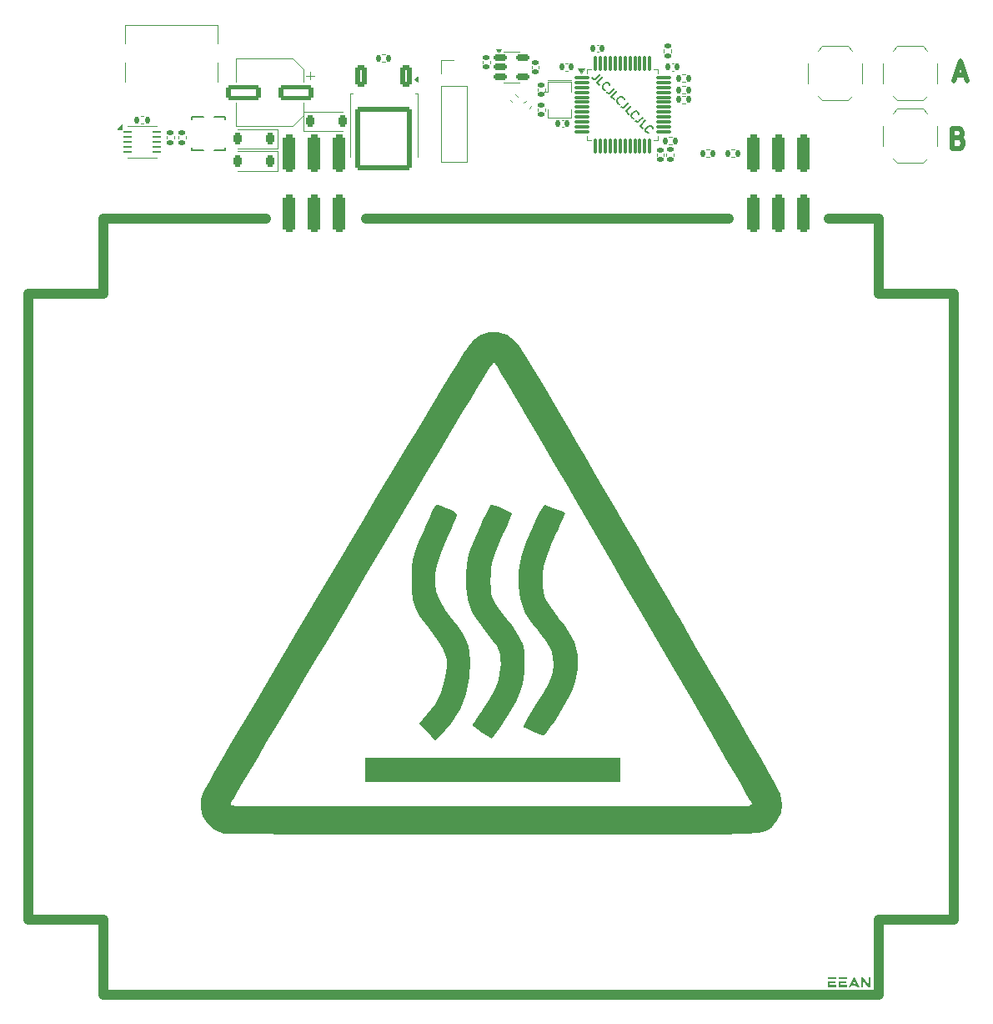
<source format=gbr>
%TF.GenerationSoftware,KiCad,Pcbnew,8.0.1*%
%TF.CreationDate,2024-04-01T19:00:03-04:00*%
%TF.ProjectId,Reflow Plate,5265666c-6f77-4205-906c-6174652e6b69,rev?*%
%TF.SameCoordinates,Original*%
%TF.FileFunction,Legend,Top*%
%TF.FilePolarity,Positive*%
%FSLAX46Y46*%
G04 Gerber Fmt 4.6, Leading zero omitted, Abs format (unit mm)*
G04 Created by KiCad (PCBNEW 8.0.1) date 2024-04-01 19:00:03*
%MOMM*%
%LPD*%
G01*
G04 APERTURE LIST*
G04 Aperture macros list*
%AMRoundRect*
0 Rectangle with rounded corners*
0 $1 Rounding radius*
0 $2 $3 $4 $5 $6 $7 $8 $9 X,Y pos of 4 corners*
0 Add a 4 corners polygon primitive as box body*
4,1,4,$2,$3,$4,$5,$6,$7,$8,$9,$2,$3,0*
0 Add four circle primitives for the rounded corners*
1,1,$1+$1,$2,$3*
1,1,$1+$1,$4,$5*
1,1,$1+$1,$6,$7*
1,1,$1+$1,$8,$9*
0 Add four rect primitives between the rounded corners*
20,1,$1+$1,$2,$3,$4,$5,0*
20,1,$1+$1,$4,$5,$6,$7,0*
20,1,$1+$1,$6,$7,$8,$9,0*
20,1,$1+$1,$8,$9,$2,$3,0*%
G04 Aperture macros list end*
%ADD10C,1.000000*%
%ADD11C,0.150000*%
%ADD12C,0.500000*%
%ADD13C,0.120000*%
%ADD14C,0.152400*%
%ADD15C,0.000000*%
%ADD16RoundRect,0.135000X0.185000X-0.135000X0.185000X0.135000X-0.185000X0.135000X-0.185000X-0.135000X0*%
%ADD17RoundRect,0.225000X0.225000X0.375000X-0.225000X0.375000X-0.225000X-0.375000X0.225000X-0.375000X0*%
%ADD18RoundRect,0.135000X-0.135000X-0.185000X0.135000X-0.185000X0.135000X0.185000X-0.135000X0.185000X0*%
%ADD19RoundRect,0.135000X0.135000X0.185000X-0.135000X0.185000X-0.135000X-0.185000X0.135000X-0.185000X0*%
%ADD20RoundRect,0.150000X-0.512500X-0.150000X0.512500X-0.150000X0.512500X0.150000X-0.512500X0.150000X0*%
%ADD21R,1.000000X0.750000*%
%ADD22R,1.700000X1.700000*%
%ADD23O,1.700000X1.700000*%
%ADD24R,0.812800X0.254000*%
%ADD25R,0.025400X0.025400*%
%ADD26C,5.700000*%
%ADD27RoundRect,0.317500X-0.317500X-1.587500X0.317500X-1.587500X0.317500X1.587500X-0.317500X1.587500X0*%
%ADD28RoundRect,0.250000X1.500000X0.550000X-1.500000X0.550000X-1.500000X-0.550000X1.500000X-0.550000X0*%
%ADD29RoundRect,0.075000X-0.662500X-0.075000X0.662500X-0.075000X0.662500X0.075000X-0.662500X0.075000X0*%
%ADD30RoundRect,0.075000X-0.075000X-0.662500X0.075000X-0.662500X0.075000X0.662500X-0.075000X0.662500X0*%
%ADD31RoundRect,0.135000X-0.185000X0.135000X-0.185000X-0.135000X0.185000X-0.135000X0.185000X0.135000X0*%
%ADD32RoundRect,0.250000X-0.350000X0.850000X-0.350000X-0.850000X0.350000X-0.850000X0.350000X0.850000X0*%
%ADD33RoundRect,0.249997X-2.650003X2.950003X-2.650003X-2.950003X2.650003X-2.950003X2.650003X2.950003X0*%
%ADD34RoundRect,0.062500X-0.350000X-0.062500X0.350000X-0.062500X0.350000X0.062500X-0.350000X0.062500X0*%
%ADD35R,1.700000X2.500000*%
%ADD36R,1.900000X0.400000*%
%ADD37RoundRect,0.225000X-0.225000X-0.375000X0.225000X-0.375000X0.225000X0.375000X-0.225000X0.375000X0*%
%ADD38RoundRect,0.140000X-0.170000X0.140000X-0.170000X-0.140000X0.170000X-0.140000X0.170000X0.140000X0*%
%ADD39RoundRect,0.140000X0.140000X0.170000X-0.140000X0.170000X-0.140000X-0.170000X0.140000X-0.170000X0*%
%ADD40RoundRect,0.135000X-0.226274X-0.035355X-0.035355X-0.226274X0.226274X0.035355X0.035355X0.226274X0*%
%ADD41O,4.100000X1.600000*%
%ADD42O,1.600000X4.100000*%
%ADD43RoundRect,0.135000X0.035355X-0.226274X0.226274X-0.035355X-0.035355X0.226274X-0.226274X0.035355X0*%
%ADD44RoundRect,0.317500X0.317500X1.587500X-0.317500X1.587500X-0.317500X-1.587500X0.317500X-1.587500X0*%
%ADD45RoundRect,0.140000X-0.140000X-0.170000X0.140000X-0.170000X0.140000X0.170000X-0.140000X0.170000X0*%
%ADD46RoundRect,0.140000X0.170000X-0.140000X0.170000X0.140000X-0.170000X0.140000X-0.170000X-0.140000X0*%
%ADD47C,0.650000*%
%ADD48R,0.600000X1.450000*%
%ADD49R,0.300000X1.450000*%
%ADD50O,1.000000X2.100000*%
%ADD51O,1.000000X1.600000*%
G04 APERTURE END LIST*
D10*
X163830000Y-54102000D02*
X127000000Y-54102000D01*
X179070000Y-125222000D02*
X186690000Y-125222000D01*
X100330000Y-54102000D02*
X100330000Y-61722000D01*
X116840000Y-54102000D02*
X100330000Y-54102000D01*
X186690000Y-61722000D02*
X179070000Y-61722000D01*
X100330000Y-125222000D02*
X100330000Y-132842000D01*
X179070000Y-54102000D02*
X173990000Y-54102000D01*
X100330000Y-132842000D02*
X179070000Y-132842000D01*
X92710000Y-125222000D02*
X92710000Y-61722000D01*
X186690000Y-61722000D02*
X186690000Y-125222000D01*
X179070000Y-132842000D02*
X179070000Y-125222000D01*
X100330000Y-61722000D02*
X92710000Y-61722000D01*
X179070000Y-61722000D02*
X179070000Y-54102000D01*
X92710000Y-125222000D02*
X100330000Y-125222000D01*
D11*
X150739521Y-39476661D02*
X150335460Y-39880722D01*
X150335460Y-39880722D02*
X150227710Y-39934597D01*
X150227710Y-39934597D02*
X150119961Y-39934597D01*
X150119961Y-39934597D02*
X150012211Y-39880722D01*
X150012211Y-39880722D02*
X149958336Y-39826847D01*
X150712584Y-40581095D02*
X150443210Y-40311721D01*
X150443210Y-40311721D02*
X151008895Y-39746035D01*
X151278269Y-41039030D02*
X151224394Y-41039030D01*
X151224394Y-41039030D02*
X151116645Y-40985156D01*
X151116645Y-40985156D02*
X151062770Y-40931281D01*
X151062770Y-40931281D02*
X151008895Y-40823531D01*
X151008895Y-40823531D02*
X151008895Y-40715782D01*
X151008895Y-40715782D02*
X151035833Y-40634969D01*
X151035833Y-40634969D02*
X151116645Y-40500282D01*
X151116645Y-40500282D02*
X151197457Y-40419470D01*
X151197457Y-40419470D02*
X151332144Y-40338658D01*
X151332144Y-40338658D02*
X151412956Y-40311721D01*
X151412956Y-40311721D02*
X151520706Y-40311721D01*
X151520706Y-40311721D02*
X151628455Y-40365595D01*
X151628455Y-40365595D02*
X151682330Y-40419470D01*
X151682330Y-40419470D02*
X151736205Y-40527220D01*
X151736205Y-40527220D02*
X151736205Y-40581095D01*
X152194141Y-40931281D02*
X151790080Y-41335342D01*
X151790080Y-41335342D02*
X151682330Y-41389217D01*
X151682330Y-41389217D02*
X151574581Y-41389217D01*
X151574581Y-41389217D02*
X151466831Y-41335342D01*
X151466831Y-41335342D02*
X151412956Y-41281467D01*
X152167204Y-42035714D02*
X151897830Y-41766340D01*
X151897830Y-41766340D02*
X152463515Y-41200655D01*
X152732889Y-42493650D02*
X152679014Y-42493650D01*
X152679014Y-42493650D02*
X152571265Y-42439775D01*
X152571265Y-42439775D02*
X152517390Y-42385901D01*
X152517390Y-42385901D02*
X152463515Y-42278151D01*
X152463515Y-42278151D02*
X152463515Y-42170401D01*
X152463515Y-42170401D02*
X152490452Y-42089589D01*
X152490452Y-42089589D02*
X152571265Y-41954902D01*
X152571265Y-41954902D02*
X152652077Y-41874090D01*
X152652077Y-41874090D02*
X152786764Y-41793278D01*
X152786764Y-41793278D02*
X152867576Y-41766340D01*
X152867576Y-41766340D02*
X152975326Y-41766340D01*
X152975326Y-41766340D02*
X153083075Y-41820215D01*
X153083075Y-41820215D02*
X153136950Y-41874090D01*
X153136950Y-41874090D02*
X153190825Y-41981840D01*
X153190825Y-41981840D02*
X153190825Y-42035714D01*
X153648761Y-42385901D02*
X153244700Y-42789962D01*
X153244700Y-42789962D02*
X153136950Y-42843836D01*
X153136950Y-42843836D02*
X153029200Y-42843836D01*
X153029200Y-42843836D02*
X152921451Y-42789962D01*
X152921451Y-42789962D02*
X152867576Y-42736087D01*
X153621823Y-43490334D02*
X153352449Y-43220960D01*
X153352449Y-43220960D02*
X153918135Y-42655275D01*
X154187509Y-43948270D02*
X154133634Y-43948270D01*
X154133634Y-43948270D02*
X154025884Y-43894395D01*
X154025884Y-43894395D02*
X153972009Y-43840520D01*
X153972009Y-43840520D02*
X153918135Y-43732771D01*
X153918135Y-43732771D02*
X153918135Y-43625021D01*
X153918135Y-43625021D02*
X153945072Y-43544209D01*
X153945072Y-43544209D02*
X154025884Y-43409522D01*
X154025884Y-43409522D02*
X154106696Y-43328710D01*
X154106696Y-43328710D02*
X154241383Y-43247898D01*
X154241383Y-43247898D02*
X154322196Y-43220960D01*
X154322196Y-43220960D02*
X154429945Y-43220960D01*
X154429945Y-43220960D02*
X154537695Y-43274835D01*
X154537695Y-43274835D02*
X154591570Y-43328710D01*
X154591570Y-43328710D02*
X154645444Y-43436459D01*
X154645444Y-43436459D02*
X154645444Y-43490334D01*
X155103380Y-43840520D02*
X154699319Y-44244581D01*
X154699319Y-44244581D02*
X154591570Y-44298456D01*
X154591570Y-44298456D02*
X154483820Y-44298456D01*
X154483820Y-44298456D02*
X154376070Y-44244581D01*
X154376070Y-44244581D02*
X154322196Y-44190707D01*
X155076443Y-44944954D02*
X154807069Y-44675580D01*
X154807069Y-44675580D02*
X155372754Y-44109895D01*
X155642128Y-45402890D02*
X155588254Y-45402890D01*
X155588254Y-45402890D02*
X155480504Y-45349015D01*
X155480504Y-45349015D02*
X155426629Y-45295140D01*
X155426629Y-45295140D02*
X155372754Y-45187391D01*
X155372754Y-45187391D02*
X155372754Y-45079641D01*
X155372754Y-45079641D02*
X155399692Y-44998829D01*
X155399692Y-44998829D02*
X155480504Y-44864142D01*
X155480504Y-44864142D02*
X155561316Y-44783329D01*
X155561316Y-44783329D02*
X155696003Y-44702517D01*
X155696003Y-44702517D02*
X155776815Y-44675580D01*
X155776815Y-44675580D02*
X155884565Y-44675580D01*
X155884565Y-44675580D02*
X155992315Y-44729455D01*
X155992315Y-44729455D02*
X156046189Y-44783329D01*
X156046189Y-44783329D02*
X156100064Y-44891079D01*
X156100064Y-44891079D02*
X156100064Y-44944954D01*
D12*
X187145804Y-45925619D02*
X187431518Y-46020857D01*
X187431518Y-46020857D02*
X187526756Y-46116095D01*
X187526756Y-46116095D02*
X187621994Y-46306571D01*
X187621994Y-46306571D02*
X187621994Y-46592285D01*
X187621994Y-46592285D02*
X187526756Y-46782761D01*
X187526756Y-46782761D02*
X187431518Y-46878000D01*
X187431518Y-46878000D02*
X187241042Y-46973238D01*
X187241042Y-46973238D02*
X186479137Y-46973238D01*
X186479137Y-46973238D02*
X186479137Y-44973238D01*
X186479137Y-44973238D02*
X187145804Y-44973238D01*
X187145804Y-44973238D02*
X187336280Y-45068476D01*
X187336280Y-45068476D02*
X187431518Y-45163714D01*
X187431518Y-45163714D02*
X187526756Y-45354190D01*
X187526756Y-45354190D02*
X187526756Y-45544666D01*
X187526756Y-45544666D02*
X187431518Y-45735142D01*
X187431518Y-45735142D02*
X187336280Y-45830380D01*
X187336280Y-45830380D02*
X187145804Y-45925619D01*
X187145804Y-45925619D02*
X186479137Y-45925619D01*
X186891899Y-39543809D02*
X187844280Y-39543809D01*
X186701423Y-40115238D02*
X187368089Y-38115238D01*
X187368089Y-38115238D02*
X188034756Y-40115238D01*
D13*
%TO.C,R6*%
X157227000Y-37237641D02*
X157227000Y-36930359D01*
X157987000Y-37237641D02*
X157987000Y-36930359D01*
%TO.C,D1*%
X117980800Y-47260000D02*
X113970800Y-47260000D01*
X117980800Y-49260000D02*
X113970800Y-49260000D01*
X117980800Y-49260000D02*
X117980800Y-47260000D01*
%TO.C,R10*%
X159102674Y-40663281D02*
X159409956Y-40663281D01*
X159102674Y-41423281D02*
X159409956Y-41423281D01*
%TO.C,R11*%
X159411641Y-39498000D02*
X159104359Y-39498000D01*
X159411641Y-40258000D02*
X159104359Y-40258000D01*
%TO.C,R14*%
X164364641Y-47118000D02*
X164057359Y-47118000D01*
X164364641Y-47878000D02*
X164057359Y-47878000D01*
%TO.C,U2*%
X141732000Y-37175000D02*
X140932000Y-37175000D01*
X141732000Y-37175000D02*
X142532000Y-37175000D01*
X141732000Y-40295000D02*
X140932000Y-40295000D01*
X141732000Y-40295000D02*
X142532000Y-40295000D01*
X140432000Y-37225000D02*
X140192000Y-36895000D01*
X140672000Y-36895000D01*
X140432000Y-37225000D01*
G36*
X140432000Y-37225000D02*
G01*
X140192000Y-36895000D01*
X140672000Y-36895000D01*
X140432000Y-37225000D01*
G37*
%TO.C,SW3*%
X179495000Y-40370000D02*
X179495000Y-38370000D01*
X180495000Y-37070000D02*
X180945000Y-36620000D01*
X180495000Y-41670000D02*
X180945000Y-42120000D01*
X183545000Y-36620000D02*
X180945000Y-36620000D01*
X183545000Y-42120000D02*
X180945000Y-42120000D01*
X183995000Y-37070000D02*
X183545000Y-36620000D01*
X183995000Y-41670000D02*
X183545000Y-42120000D01*
X184995000Y-40370000D02*
X184995000Y-38370000D01*
%TO.C,J7*%
X134560000Y-38050000D02*
X135890000Y-38050000D01*
X134560000Y-39380000D02*
X134560000Y-38050000D01*
X134560000Y-40650000D02*
X134560000Y-48330000D01*
X134560000Y-40650000D02*
X137220000Y-40650000D01*
X134560000Y-48330000D02*
X137220000Y-48330000D01*
X137220000Y-40650000D02*
X137220000Y-48330000D01*
%TO.C,R5*%
X157481000Y-47778641D02*
X157481000Y-47471359D01*
X158241000Y-47778641D02*
X158241000Y-47471359D01*
D14*
%TO.C,MOSFET1*%
X109321600Y-43789600D02*
X109321600Y-44031261D01*
X109321600Y-46900739D02*
X109321600Y-47142400D01*
X109321600Y-47142400D02*
X110470903Y-47142400D01*
X110470903Y-43789600D02*
X109321600Y-43789600D01*
X111525097Y-47142400D02*
X112674400Y-47142400D01*
X112674400Y-43789600D02*
X111525097Y-43789600D01*
X112674400Y-44031261D02*
X112674400Y-43789600D01*
X112674400Y-47142400D02*
X112674400Y-46900739D01*
D13*
%TO.C,R9*%
X159104359Y-41657000D02*
X159411641Y-41657000D01*
X159104359Y-42417000D02*
X159411641Y-42417000D01*
%TO.C,D2*%
X117980800Y-45024800D02*
X113970800Y-45024800D01*
X117980800Y-47024800D02*
X113970800Y-47024800D01*
X117980800Y-47024800D02*
X117980800Y-45024800D01*
%TO.C,C4*%
X113785600Y-37890400D02*
X113785600Y-40240400D01*
X113785600Y-44710400D02*
X113785600Y-42360400D01*
X119541163Y-37890400D02*
X113785600Y-37890400D01*
X119541163Y-44710400D02*
X113785600Y-44710400D01*
X120605600Y-38954837D02*
X119541163Y-37890400D01*
X120605600Y-38954837D02*
X120605600Y-40240400D01*
X120605600Y-43645963D02*
X119541163Y-44710400D01*
X120605600Y-43645963D02*
X120605600Y-42360400D01*
X121295600Y-39994150D02*
X121295600Y-39206650D01*
X121689350Y-39600400D02*
X120901850Y-39600400D01*
%TO.C,R4*%
X128931641Y-37440600D02*
X128624359Y-37440600D01*
X128931641Y-38200600D02*
X128624359Y-38200600D01*
%TO.C,U3*%
X149425000Y-38935000D02*
X149425000Y-39385000D01*
X149425000Y-46155000D02*
X149425000Y-45705000D01*
X149875000Y-38935000D02*
X149425000Y-38935000D01*
X149875000Y-46155000D02*
X149425000Y-46155000D01*
X156195000Y-38935000D02*
X156645000Y-38935000D01*
X156195000Y-46155000D02*
X156645000Y-46155000D01*
X156645000Y-38935000D02*
X156645000Y-39385000D01*
X156645000Y-46155000D02*
X156645000Y-45705000D01*
X148835000Y-39385000D02*
X148495000Y-38915000D01*
X149175000Y-38915000D01*
X148835000Y-39385000D01*
G36*
X148835000Y-39385000D02*
G01*
X148495000Y-38915000D01*
X149175000Y-38915000D01*
X148835000Y-39385000D01*
G37*
%TO.C,R15*%
X161824641Y-47118000D02*
X161517359Y-47118000D01*
X161824641Y-47878000D02*
X161517359Y-47878000D01*
%TO.C,R2*%
X107925600Y-45718759D02*
X107925600Y-46026041D01*
X108685600Y-45718759D02*
X108685600Y-46026041D01*
%TO.C,R1*%
X106706400Y-45718759D02*
X106706400Y-46026041D01*
X107466400Y-45718759D02*
X107466400Y-46026041D01*
%TO.C,Q2*%
X125328000Y-41394000D02*
X125598000Y-41394000D01*
X125328000Y-47814000D02*
X125328000Y-41394000D01*
X132228000Y-41394000D02*
X131958000Y-41394000D01*
X132228000Y-47814000D02*
X132228000Y-41394000D01*
X132248000Y-40214000D02*
X131918000Y-39974000D01*
X132248000Y-39734000D01*
X132248000Y-40214000D01*
G36*
X132248000Y-40214000D02*
G01*
X131918000Y-39974000D01*
X132248000Y-39734000D01*
X132248000Y-40214000D01*
G37*
%TO.C,U1*%
X102741600Y-44719600D02*
X105741600Y-44719600D01*
X102741600Y-47939600D02*
X105741600Y-47939600D01*
X102191600Y-45029600D02*
X101711600Y-45029600D01*
X102191600Y-44549600D01*
X102191600Y-45029600D01*
G36*
X102191600Y-45029600D02*
G01*
X101711600Y-45029600D01*
X102191600Y-44549600D01*
X102191600Y-45029600D01*
G37*
%TO.C,Y1*%
X145408800Y-41245086D02*
X145008800Y-41245086D01*
X145408800Y-41245086D02*
X145408800Y-40245086D01*
X145408800Y-43845086D02*
X145408800Y-43045086D01*
X145808800Y-40045086D02*
X145408800Y-40045086D01*
X145808800Y-40245086D02*
X145408800Y-40245086D01*
X145808800Y-40245086D02*
X147808800Y-40245086D01*
X145808800Y-43845086D02*
X145408800Y-43845086D01*
X147808800Y-40045086D02*
X145808800Y-40045086D01*
X147808800Y-40245086D02*
X147808800Y-41245086D01*
X147808800Y-43045086D02*
X147808800Y-43845086D01*
X147808800Y-43845086D02*
X145808800Y-43845086D01*
%TO.C,D3*%
X120626800Y-43246800D02*
X120626800Y-45246800D01*
X120626800Y-43246800D02*
X124636800Y-43246800D01*
X120626800Y-45246800D02*
X124636800Y-45246800D01*
%TO.C,R3*%
X104395241Y-43714400D02*
X104087959Y-43714400D01*
X104395241Y-44474400D02*
X104087959Y-44474400D01*
%TO.C,C1*%
X138832000Y-38119164D02*
X138832000Y-38334836D01*
X139552000Y-38119164D02*
X139552000Y-38334836D01*
%TO.C,SW4*%
X179495000Y-44720000D02*
X179495000Y-46720000D01*
X180495000Y-43420000D02*
X180945000Y-42970000D01*
X180495000Y-48020000D02*
X180945000Y-48470000D01*
X180945000Y-42970000D02*
X183545000Y-42970000D01*
X180945000Y-48470000D02*
X183545000Y-48470000D01*
X183995000Y-43420000D02*
X183545000Y-42970000D01*
X183995000Y-48020000D02*
X183545000Y-48470000D01*
X184995000Y-44720000D02*
X184995000Y-46720000D01*
%TO.C,C7*%
X147046836Y-44090000D02*
X146831164Y-44090000D01*
X147046836Y-44810000D02*
X146831164Y-44810000D01*
D15*
%TO.C,G\u002A\u002A\u002A*%
G36*
X174733685Y-131182024D02*
G01*
X174733685Y-131279518D01*
X174294962Y-131279518D01*
X173856238Y-131279518D01*
X173856238Y-131182024D01*
X173856238Y-131084529D01*
X174294962Y-131084529D01*
X174733685Y-131084529D01*
X174733685Y-131182024D01*
G37*
G36*
X175849297Y-131182024D02*
G01*
X175849297Y-131279518D01*
X175410573Y-131279518D01*
X174971850Y-131279518D01*
X174971850Y-131182024D01*
X174971850Y-131084529D01*
X175410573Y-131084529D01*
X175849297Y-131084529D01*
X175849297Y-131182024D01*
G37*
G36*
X174636191Y-131572000D02*
G01*
X174636191Y-131669494D01*
X174343709Y-131669494D01*
X174051227Y-131669494D01*
X174051227Y-131766988D01*
X174051227Y-131864482D01*
X174392456Y-131864482D01*
X174733685Y-131864482D01*
X174733685Y-131961976D01*
X174733685Y-132059471D01*
X174294962Y-132059471D01*
X173856238Y-132059471D01*
X173856238Y-131766988D01*
X173856238Y-131474506D01*
X174246215Y-131474506D01*
X174636191Y-131474506D01*
X174636191Y-131572000D01*
G37*
G36*
X175751802Y-131572000D02*
G01*
X175751802Y-131669494D01*
X175459320Y-131669494D01*
X175166838Y-131669494D01*
X175166838Y-131766988D01*
X175166838Y-131864482D01*
X175508067Y-131864482D01*
X175849297Y-131864482D01*
X175849297Y-131961976D01*
X175849297Y-132059471D01*
X175410573Y-132059471D01*
X174971850Y-132059471D01*
X174971850Y-131766988D01*
X174971850Y-131474506D01*
X175361826Y-131474506D01*
X175751802Y-131474506D01*
X175751802Y-131572000D01*
G37*
G36*
X177359370Y-131084868D02*
G01*
X177457172Y-131085226D01*
X177724625Y-131417093D01*
X177992078Y-131748959D01*
X177992429Y-131416744D01*
X177992780Y-131084529D01*
X178090271Y-131084529D01*
X178187762Y-131084529D01*
X178187762Y-131572009D01*
X178187762Y-132059489D01*
X178089969Y-132059132D01*
X177992177Y-132058774D01*
X177724715Y-131726572D01*
X177457253Y-131394371D01*
X177456902Y-131726921D01*
X177456551Y-132059471D01*
X177359060Y-132059471D01*
X177261568Y-132059471D01*
X177261568Y-131571991D01*
X177261568Y-131084511D01*
X177359370Y-131084868D01*
G37*
G36*
X176847915Y-131572000D02*
G01*
X177091651Y-132059471D01*
X177003557Y-132059450D01*
X176915464Y-132059430D01*
X176618209Y-131945257D01*
X176590598Y-131934653D01*
X176563677Y-131924319D01*
X176537563Y-131914297D01*
X176512370Y-131904633D01*
X176488213Y-131895369D01*
X176465209Y-131886552D01*
X176443472Y-131878223D01*
X176423117Y-131870429D01*
X176404260Y-131863211D01*
X176387015Y-131856616D01*
X176371499Y-131850686D01*
X176357826Y-131845467D01*
X176346111Y-131841001D01*
X176336471Y-131837333D01*
X176329019Y-131834508D01*
X176323871Y-131832568D01*
X176321143Y-131831560D01*
X176320714Y-131831418D01*
X176320060Y-131832679D01*
X176318227Y-131836246D01*
X176315305Y-131841946D01*
X176311383Y-131849605D01*
X176306550Y-131859048D01*
X176300894Y-131870102D01*
X176294506Y-131882593D01*
X176287473Y-131896346D01*
X176279885Y-131911188D01*
X176271831Y-131926945D01*
X176263400Y-131943442D01*
X176262292Y-131945611D01*
X176204109Y-132059471D01*
X176094949Y-132059471D01*
X176077783Y-132059459D01*
X176061447Y-132059427D01*
X176046152Y-132059375D01*
X176032107Y-132059306D01*
X176019524Y-132059221D01*
X176008612Y-132059121D01*
X175999584Y-132059009D01*
X175992649Y-132058887D01*
X175988018Y-132058755D01*
X175985902Y-132058616D01*
X175985788Y-132058575D01*
X175986416Y-132057285D01*
X175988270Y-132053599D01*
X175991307Y-132047602D01*
X175995485Y-132039377D01*
X176000760Y-132029009D01*
X176007091Y-132016581D01*
X176014433Y-132002178D01*
X176022744Y-131985882D01*
X176031982Y-131967780D01*
X176042102Y-131947953D01*
X176053063Y-131926487D01*
X176064821Y-131903466D01*
X176077334Y-131878972D01*
X176090558Y-131853091D01*
X176104451Y-131825907D01*
X176118970Y-131797502D01*
X176134072Y-131767962D01*
X176149713Y-131737371D01*
X176165852Y-131705811D01*
X176182445Y-131673368D01*
X176191717Y-131655241D01*
X176411977Y-131655241D01*
X176413245Y-131655866D01*
X176416922Y-131657416D01*
X176422817Y-131659815D01*
X176430739Y-131662991D01*
X176440495Y-131666868D01*
X176451894Y-131671372D01*
X176464746Y-131676430D01*
X176478858Y-131681966D01*
X176494039Y-131687907D01*
X176510099Y-131694178D01*
X176526844Y-131700706D01*
X176544085Y-131707415D01*
X176561630Y-131714231D01*
X176579287Y-131721081D01*
X176596865Y-131727891D01*
X176614173Y-131734584D01*
X176631018Y-131741089D01*
X176647211Y-131747330D01*
X176662558Y-131753233D01*
X176676870Y-131758723D01*
X176689954Y-131763728D01*
X176701620Y-131768171D01*
X176711675Y-131771980D01*
X176719929Y-131775079D01*
X176726189Y-131777395D01*
X176730266Y-131778854D01*
X176731966Y-131779380D01*
X176731552Y-131778174D01*
X176729955Y-131774613D01*
X176727240Y-131768833D01*
X176723475Y-131760966D01*
X176718724Y-131751150D01*
X176713055Y-131739517D01*
X176706533Y-131726203D01*
X176699225Y-131711342D01*
X176691197Y-131695069D01*
X176682515Y-131677520D01*
X176673244Y-131658828D01*
X176663452Y-131639128D01*
X176653205Y-131618555D01*
X176642568Y-131597244D01*
X176638652Y-131589410D01*
X176627868Y-131567851D01*
X176617418Y-131546981D01*
X176607370Y-131526934D01*
X176597793Y-131507848D01*
X176588755Y-131489855D01*
X176580324Y-131473091D01*
X176572568Y-131457692D01*
X176565554Y-131443793D01*
X176559352Y-131431528D01*
X176554030Y-131421032D01*
X176549654Y-131412442D01*
X176546295Y-131405891D01*
X176544018Y-131401515D01*
X176542894Y-131399449D01*
X176542785Y-131399296D01*
X176542052Y-131400505D01*
X176540162Y-131403998D01*
X176537215Y-131409576D01*
X176533315Y-131417039D01*
X176528564Y-131426186D01*
X176523063Y-131436819D01*
X176516915Y-131448737D01*
X176510221Y-131461741D01*
X176503085Y-131475630D01*
X176495609Y-131490204D01*
X176487893Y-131505265D01*
X176480041Y-131520612D01*
X176472155Y-131536045D01*
X176464336Y-131551364D01*
X176456687Y-131566371D01*
X176449310Y-131580863D01*
X176442308Y-131594643D01*
X176435781Y-131607510D01*
X176429833Y-131619264D01*
X176424566Y-131629705D01*
X176420081Y-131638634D01*
X176416481Y-131645851D01*
X176413868Y-131651155D01*
X176412344Y-131654348D01*
X176411977Y-131655241D01*
X176191717Y-131655241D01*
X176199449Y-131640125D01*
X176216822Y-131606167D01*
X176234520Y-131571577D01*
X176234746Y-131571134D01*
X176483705Y-131084590D01*
X176543942Y-131084560D01*
X176604179Y-131084529D01*
X176847915Y-131572000D01*
G37*
D13*
%TO.C,R12*%
X141608659Y-42070060D02*
X141825940Y-42287341D01*
X142146060Y-41532659D02*
X142363341Y-41749940D01*
%TO.C,R13*%
X143005659Y-42384940D02*
X143222940Y-42167659D01*
X143543060Y-42922341D02*
X143760341Y-42705060D01*
D15*
%TO.C,G\u002A\u002A\u002A*%
G36*
X152775740Y-110019574D02*
G01*
X152775740Y-111221941D01*
X139850296Y-111221941D01*
X126924852Y-111221941D01*
X126924852Y-110019574D01*
X126924852Y-108817207D01*
X139850296Y-108817207D01*
X152775740Y-108817207D01*
X152775740Y-110019574D01*
G37*
G36*
X134223944Y-83161699D02*
G01*
X134586176Y-83273965D01*
X135083972Y-83451814D01*
X135196495Y-83494407D01*
X135630046Y-83658540D01*
X135934837Y-83799805D01*
X136112289Y-83962861D01*
X136163828Y-84192366D01*
X136090874Y-84532976D01*
X135894852Y-85029350D01*
X135577183Y-85726144D01*
X135287419Y-86347976D01*
X134669689Y-87772776D01*
X134242932Y-89006884D01*
X134008609Y-90092936D01*
X133968178Y-91073563D01*
X134123099Y-91991398D01*
X134474831Y-92889075D01*
X135024835Y-93809226D01*
X135567827Y-94539101D01*
X136262852Y-95443279D01*
X136775644Y-96195354D01*
X137134353Y-96857920D01*
X137367129Y-97493571D01*
X137502122Y-98164901D01*
X137567482Y-98934504D01*
X137570074Y-98991317D01*
X137499857Y-100704336D01*
X137143453Y-102347459D01*
X136510426Y-103894244D01*
X135610339Y-105318252D01*
X135030926Y-106011273D01*
X134615352Y-106452287D01*
X134273947Y-106791365D01*
X134057513Y-106979113D01*
X134013017Y-107000987D01*
X133870926Y-106891589D01*
X133585402Y-106613667D01*
X133213173Y-106222951D01*
X133138487Y-106141828D01*
X132363364Y-105295338D01*
X133161507Y-104433248D01*
X134005037Y-103350971D01*
X134599646Y-102172127D01*
X134963608Y-100924053D01*
X135114455Y-100132460D01*
X135187260Y-99463659D01*
X135164984Y-98867999D01*
X135030590Y-98295830D01*
X134767038Y-97697500D01*
X134357289Y-97023359D01*
X133784306Y-96223756D01*
X133031049Y-95249040D01*
X133004589Y-95215432D01*
X132413701Y-94383097D01*
X132000591Y-93579979D01*
X131743629Y-92730187D01*
X131621187Y-91757832D01*
X131611636Y-90587021D01*
X131619923Y-90356942D01*
X131671556Y-89460526D01*
X131752620Y-88765951D01*
X131879415Y-88174756D01*
X132068245Y-87588476D01*
X132086493Y-87538909D01*
X132257815Y-87105894D01*
X132502729Y-86523950D01*
X132795000Y-85851314D01*
X133108395Y-85146220D01*
X133416680Y-84466903D01*
X133693619Y-83871598D01*
X133912981Y-83418539D01*
X134048529Y-83165963D01*
X134069154Y-83137757D01*
X134223944Y-83161699D01*
G37*
G36*
X145379855Y-83240658D02*
G01*
X145799437Y-83393968D01*
X146275444Y-83567178D01*
X146750805Y-83754799D01*
X147088651Y-83916695D01*
X147214793Y-84016436D01*
X147154018Y-84186074D01*
X146988001Y-84571783D01*
X146741205Y-85118462D01*
X146438092Y-85771015D01*
X146397834Y-85856495D01*
X145879947Y-86986479D01*
X145494493Y-87913562D01*
X145224028Y-88695409D01*
X145051110Y-89389681D01*
X144958294Y-90054041D01*
X144928388Y-90714092D01*
X144946090Y-91371714D01*
X145003133Y-91986727D01*
X145087739Y-92437966D01*
X145099802Y-92477233D01*
X145260423Y-92801865D01*
X145569729Y-93295883D01*
X145985668Y-93896350D01*
X146466188Y-94540325D01*
X146550794Y-94648988D01*
X147087098Y-95365874D01*
X147558542Y-96057217D01*
X147920150Y-96653797D01*
X148117233Y-97059660D01*
X148460859Y-98382054D01*
X148505337Y-99721041D01*
X148251059Y-101068117D01*
X147887569Y-102028740D01*
X147649581Y-102503228D01*
X147320058Y-103099099D01*
X146929770Y-103767332D01*
X146509491Y-104458905D01*
X146089994Y-105124795D01*
X145702052Y-105715982D01*
X145376438Y-106183443D01*
X145143924Y-106478157D01*
X145045258Y-106556597D01*
X144832314Y-106497696D01*
X144434389Y-106350059D01*
X143983432Y-106164899D01*
X143512373Y-105958950D01*
X143164077Y-105798126D01*
X143019669Y-105720819D01*
X143015366Y-105579639D01*
X143144247Y-105270194D01*
X143417001Y-104772816D01*
X143844315Y-104067839D01*
X144358438Y-103257401D01*
X144986470Y-102243689D01*
X145443726Y-101408940D01*
X145751595Y-100700971D01*
X145931469Y-100067598D01*
X146004735Y-99456639D01*
X146009125Y-99230282D01*
X145968753Y-98632724D01*
X145833489Y-98079225D01*
X145574737Y-97510045D01*
X145163902Y-96865444D01*
X144572388Y-96085682D01*
X144403175Y-95875260D01*
X143933457Y-95270908D01*
X143503845Y-94673884D01*
X143172182Y-94166856D01*
X143032356Y-93916162D01*
X142615269Y-92727430D01*
X142428080Y-91390753D01*
X142469121Y-89949843D01*
X142736724Y-88448412D01*
X143229220Y-86930172D01*
X143306154Y-86742241D01*
X143803999Y-85584041D01*
X144239884Y-84630507D01*
X144604895Y-83898995D01*
X144890115Y-83406860D01*
X145086631Y-83171458D01*
X145148661Y-83155388D01*
X145379855Y-83240658D01*
G37*
G36*
X139792015Y-83156488D02*
G01*
X140147299Y-83268056D01*
X140604405Y-83444011D01*
X141079935Y-83649093D01*
X141490492Y-83848043D01*
X141752677Y-84005602D01*
X141804142Y-84067156D01*
X141743848Y-84253948D01*
X141579066Y-84655941D01*
X141333947Y-85216661D01*
X141032639Y-85879634D01*
X140986392Y-85979452D01*
X140519760Y-87001507D01*
X140172571Y-87817479D01*
X139927630Y-88489027D01*
X139767741Y-89077809D01*
X139675708Y-89645484D01*
X139634336Y-90253710D01*
X139626164Y-90856852D01*
X139639833Y-91579824D01*
X139698280Y-92157850D01*
X139829803Y-92657992D01*
X140062703Y-93147314D01*
X140425278Y-93692875D01*
X140945827Y-94361739D01*
X141275156Y-94764544D01*
X141752251Y-95377513D01*
X142202021Y-96014322D01*
X142555628Y-96575101D01*
X142673756Y-96793539D01*
X142857217Y-97193106D01*
X142975679Y-97554051D01*
X143042864Y-97960502D01*
X143072494Y-98496582D01*
X143078289Y-99246418D01*
X143078237Y-99273420D01*
X143062321Y-100124094D01*
X143009930Y-100773785D01*
X142907993Y-101321192D01*
X142743439Y-101865011D01*
X142729907Y-101903598D01*
X142212603Y-103096214D01*
X141460100Y-104422032D01*
X140490435Y-105849631D01*
X139748975Y-106864894D01*
X138785139Y-106245456D01*
X138319483Y-105944743D01*
X137963700Y-105712265D01*
X137783275Y-105590874D01*
X137774257Y-105583936D01*
X137836282Y-105451651D01*
X138039242Y-105119117D01*
X138353231Y-104633404D01*
X138748338Y-104041585D01*
X138841294Y-103904588D01*
X139520005Y-102860339D01*
X140015789Y-101974779D01*
X140352347Y-101188282D01*
X140553379Y-100441225D01*
X140642584Y-99673981D01*
X140652259Y-99348568D01*
X140644559Y-98788569D01*
X140590984Y-98329374D01*
X140463716Y-97910137D01*
X140234937Y-97470009D01*
X139876828Y-96948141D01*
X139361572Y-96283687D01*
X139104857Y-95963880D01*
X138625705Y-95338469D01*
X138178682Y-94699840D01*
X137825736Y-94139198D01*
X137677096Y-93861878D01*
X137286437Y-92722293D01*
X137097755Y-91423744D01*
X137111980Y-90030729D01*
X137330042Y-88607745D01*
X137587978Y-87677732D01*
X137730887Y-87294212D01*
X137956390Y-86743797D01*
X138238166Y-86085145D01*
X138549894Y-85376920D01*
X138865253Y-84677782D01*
X139157923Y-84046392D01*
X139401584Y-83541412D01*
X139569915Y-83221502D01*
X139621952Y-83144565D01*
X139792015Y-83156488D01*
G37*
G36*
X141242703Y-65901558D02*
G01*
X142040708Y-66457474D01*
X142201718Y-66615033D01*
X142442467Y-66919759D01*
X142819921Y-67473206D01*
X143325382Y-68261011D01*
X143950151Y-69268812D01*
X144685532Y-70482245D01*
X145522825Y-71886948D01*
X146453332Y-73468558D01*
X147468356Y-75212712D01*
X148559197Y-77105046D01*
X148645277Y-77255077D01*
X148818894Y-77555463D01*
X149128479Y-78088583D01*
X149558387Y-78827615D01*
X150092974Y-79745739D01*
X150716595Y-80816134D01*
X151413606Y-82011977D01*
X152168361Y-83306448D01*
X152965217Y-84672725D01*
X153788529Y-86083988D01*
X154622651Y-87513415D01*
X155451939Y-88934184D01*
X156260750Y-90319475D01*
X157033437Y-91642465D01*
X157754356Y-92876335D01*
X158407863Y-93994262D01*
X158858420Y-94764544D01*
X160365157Y-97340893D01*
X161725569Y-99669850D01*
X162946200Y-101762845D01*
X164033590Y-103631304D01*
X164994284Y-105286656D01*
X165834822Y-106740329D01*
X166561749Y-108003751D01*
X167181605Y-109088348D01*
X167700935Y-110005550D01*
X168126280Y-110766783D01*
X168464182Y-111383477D01*
X168721185Y-111867058D01*
X168903830Y-112228954D01*
X169018660Y-112480593D01*
X169054756Y-112574604D01*
X169240405Y-113514218D01*
X169137093Y-114388526D01*
X168748714Y-115179303D01*
X168414053Y-115572977D01*
X168292396Y-115702716D01*
X168189454Y-115821477D01*
X168092107Y-115929735D01*
X167987234Y-116027969D01*
X167861714Y-116116655D01*
X167702429Y-116196270D01*
X167496256Y-116267293D01*
X167230075Y-116330199D01*
X166890767Y-116385467D01*
X166465211Y-116433574D01*
X165940286Y-116474996D01*
X165302871Y-116510211D01*
X164539847Y-116539695D01*
X163638093Y-116563928D01*
X162584489Y-116583384D01*
X161365913Y-116598543D01*
X159969247Y-116609880D01*
X158381368Y-116617873D01*
X156589158Y-116623000D01*
X154579495Y-116625737D01*
X152339259Y-116626562D01*
X149855329Y-116625951D01*
X147114585Y-116624383D01*
X144103908Y-116622334D01*
X140810175Y-116620281D01*
X139635653Y-116619673D01*
X136816397Y-116617628D01*
X134074923Y-116614296D01*
X131426621Y-116609757D01*
X128886879Y-116604087D01*
X126471087Y-116597363D01*
X124194634Y-116589664D01*
X122072910Y-116581066D01*
X120121303Y-116571647D01*
X118355203Y-116561485D01*
X116789999Y-116550657D01*
X115441081Y-116539239D01*
X114323837Y-116527311D01*
X113453657Y-116514949D01*
X112845931Y-116502230D01*
X112516046Y-116489232D01*
X112460987Y-116482940D01*
X111585532Y-116084669D01*
X110895810Y-115497735D01*
X110418423Y-114767266D01*
X110179977Y-113938395D01*
X110191734Y-113555659D01*
X113269771Y-113555659D01*
X113305505Y-113618409D01*
X113384883Y-113646888D01*
X113494351Y-113669224D01*
X113510947Y-113673368D01*
X113695534Y-113682875D01*
X114161834Y-113691818D01*
X114891030Y-113700194D01*
X115864305Y-113707998D01*
X117062842Y-113715228D01*
X118467825Y-113721880D01*
X120060435Y-113727952D01*
X121821857Y-113733440D01*
X123733274Y-113738341D01*
X125775868Y-113742652D01*
X127930823Y-113746369D01*
X130179321Y-113749490D01*
X132502547Y-113752011D01*
X134881682Y-113753929D01*
X137297910Y-113755241D01*
X139732415Y-113755944D01*
X142166379Y-113756034D01*
X144580985Y-113755509D01*
X146957416Y-113754364D01*
X149276856Y-113752597D01*
X151520487Y-113750205D01*
X153669493Y-113747185D01*
X155705057Y-113743533D01*
X157608362Y-113739246D01*
X159360591Y-113734320D01*
X160942926Y-113728754D01*
X162336552Y-113722543D01*
X163522651Y-113715685D01*
X164482406Y-113708175D01*
X165197001Y-113700012D01*
X165647618Y-113691191D01*
X165813905Y-113682241D01*
X166076616Y-113568725D01*
X166152071Y-113475767D01*
X166077784Y-113335720D01*
X165861215Y-112952378D01*
X165511807Y-112341937D01*
X165038998Y-111520596D01*
X164452230Y-110504549D01*
X163760942Y-109309995D01*
X162974577Y-107953129D01*
X162102573Y-106450150D01*
X161154372Y-104817252D01*
X160139414Y-103070634D01*
X159067139Y-101226492D01*
X157946989Y-99301022D01*
X156788403Y-97310423D01*
X155600822Y-95270889D01*
X154393687Y-93198618D01*
X153176438Y-91109808D01*
X151958515Y-89020653D01*
X150749359Y-86947353D01*
X149558412Y-84906102D01*
X148395112Y-82913098D01*
X147268900Y-80984538D01*
X146189218Y-79136619D01*
X145165506Y-77385536D01*
X144207203Y-75747488D01*
X143323751Y-74238670D01*
X142524590Y-72875280D01*
X141819161Y-71673514D01*
X141216904Y-70649570D01*
X140727260Y-69819643D01*
X140359668Y-69199931D01*
X140123571Y-68806630D01*
X140028407Y-68655938D01*
X140027961Y-68655464D01*
X139995886Y-68656082D01*
X139936573Y-68707742D01*
X139842726Y-68822489D01*
X139707049Y-69012368D01*
X139522248Y-69289424D01*
X139281025Y-69665702D01*
X138976086Y-70153247D01*
X138600135Y-70764105D01*
X138145876Y-71510320D01*
X137606013Y-72403938D01*
X136973252Y-73457004D01*
X136240297Y-74681563D01*
X135399851Y-76089660D01*
X134444619Y-77693340D01*
X133367306Y-79504648D01*
X132160616Y-81535630D01*
X130817253Y-83798330D01*
X129329923Y-86304794D01*
X128947642Y-86949160D01*
X128098014Y-88381136D01*
X127158713Y-89963896D01*
X126147994Y-91666703D01*
X125084110Y-93458822D01*
X123985317Y-95309515D01*
X122869868Y-97188046D01*
X121756017Y-99063678D01*
X120662020Y-100905676D01*
X119606129Y-102683302D01*
X118606601Y-104365821D01*
X117681688Y-105922495D01*
X116849645Y-107322588D01*
X116128726Y-108535364D01*
X115537186Y-109530086D01*
X115380100Y-109794130D01*
X114730848Y-110884342D01*
X114220110Y-111743391D01*
X113834332Y-112399405D01*
X113559962Y-112880512D01*
X113383447Y-113214838D01*
X113291235Y-113430511D01*
X113269771Y-113555659D01*
X110191734Y-113555659D01*
X110207075Y-113056250D01*
X110274884Y-112774469D01*
X110400828Y-112475815D01*
X110662584Y-111955062D01*
X111040694Y-111247498D01*
X111515698Y-110388407D01*
X112068139Y-109413076D01*
X112678557Y-108356790D01*
X113203048Y-107464544D01*
X115518701Y-103555749D01*
X117686376Y-99897768D01*
X119710904Y-96482559D01*
X121597113Y-93302084D01*
X123349835Y-90348301D01*
X124973899Y-87613172D01*
X126474135Y-85088655D01*
X127855374Y-82766710D01*
X129122446Y-80639298D01*
X130280180Y-78698379D01*
X131333407Y-76935911D01*
X132286956Y-75343856D01*
X133145658Y-73914172D01*
X133914343Y-72638820D01*
X134597840Y-71509760D01*
X135200981Y-70518951D01*
X135728594Y-69658353D01*
X136185510Y-68919927D01*
X136576559Y-68295632D01*
X136906572Y-67777428D01*
X137180377Y-67357274D01*
X137402805Y-67027132D01*
X137578687Y-66778959D01*
X137712852Y-66604717D01*
X137810130Y-66496366D01*
X137819998Y-66486998D01*
X138630066Y-65916928D01*
X139497277Y-65630113D01*
X140381525Y-65625380D01*
X141242703Y-65901558D01*
G37*
D13*
%TO.C,SW2*%
X171875000Y-38370000D02*
X171875000Y-40370000D01*
X172875000Y-37070000D02*
X173325000Y-36620000D01*
X172875000Y-41670000D02*
X173325000Y-42120000D01*
X173325000Y-36620000D02*
X175925000Y-36620000D01*
X173325000Y-42120000D02*
X175925000Y-42120000D01*
X176375000Y-37070000D02*
X175925000Y-36620000D01*
X176375000Y-41670000D02*
X175925000Y-42120000D01*
X177375000Y-38370000D02*
X177375000Y-40370000D01*
%TO.C,C6*%
X144420000Y-42945164D02*
X144420000Y-43160836D01*
X145140000Y-42945164D02*
X145140000Y-43160836D01*
%TO.C,C11*%
X150387164Y-36470000D02*
X150602836Y-36470000D01*
X150387164Y-37190000D02*
X150602836Y-37190000D01*
%TO.C,R7*%
X157707359Y-45848000D02*
X158014641Y-45848000D01*
X157707359Y-46608000D02*
X158014641Y-46608000D01*
%TO.C,C2*%
X143785000Y-38627164D02*
X143785000Y-38842836D01*
X144505000Y-38627164D02*
X144505000Y-38842836D01*
%TO.C,C5*%
X144420000Y-41128836D02*
X144420000Y-40913164D01*
X145140000Y-41128836D02*
X145140000Y-40913164D01*
%TO.C,C8*%
X156485000Y-47517164D02*
X156485000Y-47732836D01*
X157205000Y-47517164D02*
X157205000Y-47732836D01*
%TO.C,C10*%
X147427836Y-38375000D02*
X147212164Y-38375000D01*
X147427836Y-39095000D02*
X147212164Y-39095000D01*
%TO.C,C9*%
X158007164Y-38375000D02*
X158222836Y-38375000D01*
X158007164Y-39095000D02*
X158222836Y-39095000D01*
%TO.C,J2*%
X102488000Y-36354000D02*
X102488000Y-34454000D01*
X102488000Y-40254000D02*
X102488000Y-38254000D01*
X111888000Y-34454000D02*
X102488000Y-34454000D01*
X111888000Y-36354000D02*
X111888000Y-34454000D01*
X111888000Y-40254000D02*
X111888000Y-38254000D01*
%TD*%
%LPC*%
D15*
%TO.C,MOSFET1*%
G36*
X112141000Y-46685200D02*
G01*
X110312200Y-46685200D01*
X110312200Y-44246800D01*
X112141000Y-44246800D01*
X112141000Y-46685200D01*
G37*
%TD*%
D16*
%TO.C,R6*%
X157607000Y-37594000D03*
X157607000Y-36574000D03*
%TD*%
D17*
%TO.C,D1*%
X117270800Y-48260000D03*
X113970800Y-48260000D03*
%TD*%
D18*
%TO.C,R10*%
X158746315Y-41043281D03*
X159766315Y-41043281D03*
%TD*%
D19*
%TO.C,R11*%
X159768000Y-39878000D03*
X158748000Y-39878000D03*
%TD*%
%TO.C,R14*%
X164721000Y-47498000D03*
X163701000Y-47498000D03*
%TD*%
D20*
%TO.C,U2*%
X140594500Y-37785000D03*
X140594500Y-38735000D03*
X140594500Y-39685000D03*
X142869500Y-39685000D03*
X142869500Y-37785000D03*
%TD*%
D21*
%TO.C,SW3*%
X185245000Y-41245000D03*
X179245000Y-41245000D03*
X185245000Y-37495000D03*
X179245000Y-37495000D03*
%TD*%
D22*
%TO.C,J7*%
X135890000Y-39380000D03*
D23*
X135890000Y-41920000D03*
X135890000Y-44460000D03*
X135890000Y-47000000D03*
%TD*%
D16*
%TO.C,R5*%
X157861000Y-48135000D03*
X157861000Y-47115000D03*
%TD*%
D24*
%TO.C,MOSFET1*%
X109448600Y-44491001D03*
X109448600Y-45140999D03*
X109448600Y-45791001D03*
X109448600Y-46440999D03*
X112547400Y-46440999D03*
X112547400Y-45791001D03*
X112547400Y-45140999D03*
X112547400Y-44491001D03*
D25*
X110998000Y-45466000D03*
%TD*%
D26*
%TO.C,REF\u002A\u002A*%
X95250000Y-130302000D03*
%TD*%
D18*
%TO.C,R9*%
X158748000Y-42037000D03*
X159768000Y-42037000D03*
%TD*%
D17*
%TO.C,D2*%
X117270800Y-46024800D03*
X113970800Y-46024800D03*
%TD*%
D27*
%TO.C,J3*%
X119176800Y-53594000D03*
X121716800Y-53594000D03*
X124256800Y-53594000D03*
%TD*%
D28*
%TO.C,C4*%
X119895600Y-41300400D03*
X114495600Y-41300400D03*
%TD*%
D26*
%TO.C,REF\u002A\u002A*%
X95250000Y-56642000D03*
%TD*%
D19*
%TO.C,R4*%
X129288000Y-37820600D03*
X128268000Y-37820600D03*
%TD*%
D26*
%TO.C,REF\u002A\u002A*%
X184150000Y-56642000D03*
%TD*%
D29*
%TO.C,U3*%
X148872500Y-39795000D03*
X148872500Y-40295000D03*
X148872500Y-40795000D03*
X148872500Y-41295000D03*
X148872500Y-41795000D03*
X148872500Y-42295000D03*
X148872500Y-42795000D03*
X148872500Y-43295000D03*
X148872500Y-43795000D03*
X148872500Y-44295000D03*
X148872500Y-44795000D03*
X148872500Y-45295000D03*
D30*
X150285000Y-46707500D03*
X150785000Y-46707500D03*
X151285000Y-46707500D03*
X151785000Y-46707500D03*
X152285000Y-46707500D03*
X152785000Y-46707500D03*
X153285000Y-46707500D03*
X153785000Y-46707500D03*
X154285000Y-46707500D03*
X154785000Y-46707500D03*
X155285000Y-46707500D03*
X155785000Y-46707500D03*
D29*
X157197500Y-45295000D03*
X157197500Y-44795000D03*
X157197500Y-44295000D03*
X157197500Y-43795000D03*
X157197500Y-43295000D03*
X157197500Y-42795000D03*
X157197500Y-42295000D03*
X157197500Y-41795000D03*
X157197500Y-41295000D03*
X157197500Y-40795000D03*
X157197500Y-40295000D03*
X157197500Y-39795000D03*
D30*
X155785000Y-38382500D03*
X155285000Y-38382500D03*
X154785000Y-38382500D03*
X154285000Y-38382500D03*
X153785000Y-38382500D03*
X153285000Y-38382500D03*
X152785000Y-38382500D03*
X152285000Y-38382500D03*
X151785000Y-38382500D03*
X151285000Y-38382500D03*
X150785000Y-38382500D03*
X150285000Y-38382500D03*
%TD*%
D19*
%TO.C,R15*%
X162181000Y-47498000D03*
X161161000Y-47498000D03*
%TD*%
D31*
%TO.C,R2*%
X108305600Y-45362400D03*
X108305600Y-46382400D03*
%TD*%
%TO.C,R1*%
X107086400Y-45362401D03*
X107086400Y-46382399D03*
%TD*%
D32*
%TO.C,Q2*%
X131058000Y-39664000D03*
D33*
X128778000Y-45964000D03*
D32*
X126498000Y-39664000D03*
%TD*%
D34*
%TO.C,U1*%
X102779100Y-45329600D03*
X102779100Y-45829600D03*
X102779100Y-46329600D03*
X102779100Y-46829600D03*
X102779100Y-47329600D03*
X105704100Y-47329600D03*
X105704100Y-46829600D03*
X105704100Y-46329600D03*
X105704100Y-45829600D03*
X105704100Y-45329600D03*
D35*
X104241600Y-46329600D03*
%TD*%
D36*
%TO.C,Y1*%
X146608800Y-40845086D03*
X146608800Y-42045086D03*
X146608800Y-43245086D03*
%TD*%
D37*
%TO.C,D3*%
X121336800Y-44246800D03*
X124636800Y-44246800D03*
%TD*%
D19*
%TO.C,R3*%
X104751600Y-44094400D03*
X103731600Y-44094400D03*
%TD*%
D38*
%TO.C,C1*%
X139192000Y-37747000D03*
X139192000Y-38707000D03*
%TD*%
D21*
%TO.C,SW4*%
X179245000Y-43845000D03*
X185245000Y-43845000D03*
X179245000Y-47595000D03*
X185245000Y-47595000D03*
%TD*%
D39*
%TO.C,C7*%
X147419000Y-44450000D03*
X146459000Y-44450000D03*
%TD*%
D40*
%TO.C,R12*%
X141625376Y-41549376D03*
X142346624Y-42270624D03*
%TD*%
D41*
%TO.C,J1*%
X97410000Y-48035000D03*
X97410000Y-42135000D03*
D42*
X92710000Y-45085000D03*
%TD*%
D27*
%TO.C,J4*%
X166370000Y-53594000D03*
X168910000Y-53594000D03*
X171450000Y-53594000D03*
%TD*%
D43*
%TO.C,R13*%
X143022376Y-42905624D03*
X143743624Y-42184376D03*
%TD*%
D21*
%TO.C,SW2*%
X171625000Y-37495000D03*
X177625000Y-37495000D03*
X171625000Y-41245000D03*
X177625000Y-41245000D03*
%TD*%
D38*
%TO.C,C6*%
X144780000Y-42573000D03*
X144780000Y-43533000D03*
%TD*%
D44*
%TO.C,J6*%
X171450000Y-47498000D03*
X168910000Y-47498000D03*
X166370000Y-47498000D03*
%TD*%
D45*
%TO.C,C11*%
X150015000Y-36830000D03*
X150975000Y-36830000D03*
%TD*%
D26*
%TO.C,REF\u002A\u002A*%
X184150000Y-130302000D03*
%TD*%
D44*
%TO.C,J5*%
X124256800Y-47498000D03*
X121716800Y-47498000D03*
X119176800Y-47498000D03*
%TD*%
D18*
%TO.C,R7*%
X157351000Y-46228000D03*
X158371000Y-46228000D03*
%TD*%
D38*
%TO.C,C2*%
X144145000Y-38255000D03*
X144145000Y-39215000D03*
%TD*%
D46*
%TO.C,C5*%
X144780000Y-41501000D03*
X144780000Y-40541000D03*
%TD*%
D38*
%TO.C,C8*%
X156845000Y-47145000D03*
X156845000Y-48105000D03*
%TD*%
D39*
%TO.C,C10*%
X147800000Y-38735000D03*
X146840000Y-38735000D03*
%TD*%
D45*
%TO.C,C9*%
X157635000Y-38735000D03*
X158595000Y-38735000D03*
%TD*%
D47*
%TO.C,J2*%
X110078000Y-40954000D03*
X104298000Y-40954000D03*
D48*
X110438000Y-42399000D03*
X109638000Y-42399000D03*
D49*
X108438000Y-42399000D03*
X107438000Y-42399000D03*
X106938000Y-42399000D03*
X105938000Y-42399000D03*
D48*
X104738000Y-42399000D03*
X103938000Y-42399000D03*
X103938000Y-42399000D03*
X104738000Y-42399000D03*
D49*
X105438000Y-42399000D03*
X106438000Y-42399000D03*
X107938000Y-42399000D03*
X108938000Y-42399000D03*
D48*
X109638000Y-42399000D03*
X110438000Y-42399000D03*
D50*
X111508000Y-41484000D03*
D51*
X111508000Y-37304000D03*
D50*
X102868000Y-41484000D03*
D51*
X102868000Y-37304000D03*
%TD*%
%LPD*%
M02*

</source>
